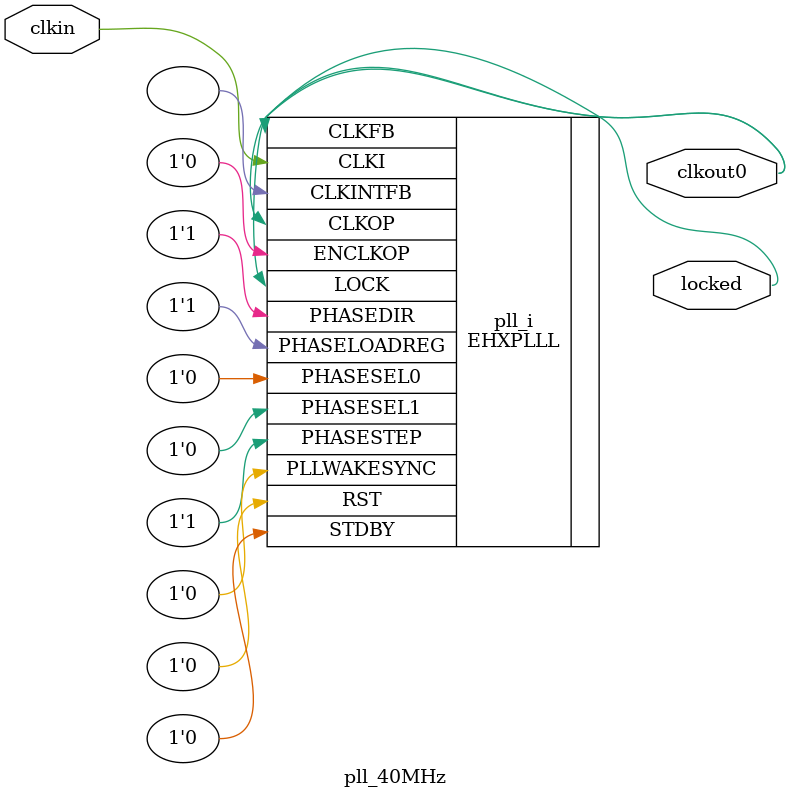
<source format=sv>
module pll_40MHz (
    input  clkin,    // 25 MHz, 0 deg
    output clkout0,  // 40 MHz, 0 deg
    output locked
);
    (* FREQUENCY_PIN_CLKI="25" *)
(* FREQUENCY_PIN_CLKOP="40" *)
(* ICP_CURRENT="12" *) (* LPF_RESISTOR="8" *) (* MFG_ENABLE_FILTEROPAMP="1" *) (* MFG_GMCREF_SEL="2" *)
    EHXPLLL #(
        .PLLRST_ENA("DISABLED"),
        .INTFB_WAKE("DISABLED"),
        .STDBY_ENABLE("DISABLED"),
        .DPHASE_SOURCE("DISABLED"),
        .OUTDIVIDER_MUXA("DIVA"),
        .OUTDIVIDER_MUXB("DIVB"),
        .OUTDIVIDER_MUXC("DIVC"),
        .OUTDIVIDER_MUXD("DIVD"),
        .CLKI_DIV(5),
        .CLKOP_ENABLE("ENABLED"),
        .CLKOP_DIV(15),
        .CLKOP_CPHASE(7),
        .CLKOP_FPHASE(0),
        .FEEDBK_PATH("CLKOP"),
        .CLKFB_DIV(8)
    ) pll_i (
        .RST(1'b0),
        .STDBY(1'b0),
        .CLKI(clkin),
        .CLKOP(clkout0),
        .CLKFB(clkout0),
        .CLKINTFB(),
        .PHASESEL0(1'b0),
        .PHASESEL1(1'b0),
        .PHASEDIR(1'b1),
        .PHASESTEP(1'b1),
        .PHASELOADREG(1'b1),
        .PLLWAKESYNC(1'b0),
        .ENCLKOP(1'b0),
        .LOCK(locked)
    );
endmodule

</source>
